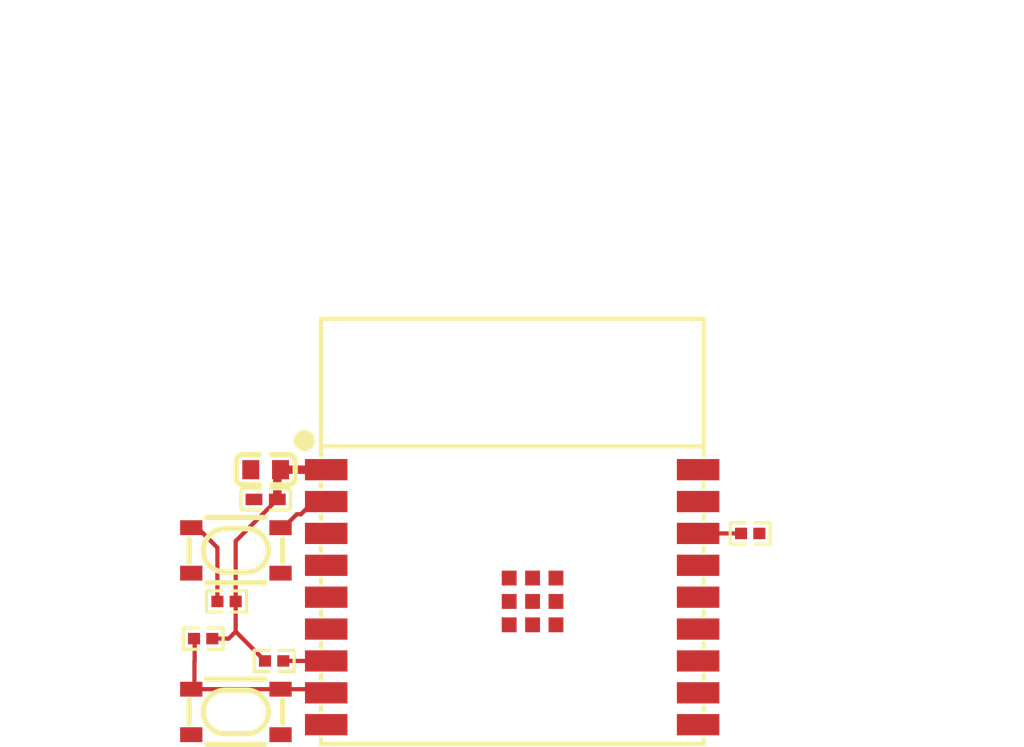
<source format=kicad_pcb>
(kicad_pcb (version 20241229) (generator "pcbnew") (generator_version "9.0")
  (layers (0 "F.Cu" signal) (2 "B.Cu" signal) (13 "F.Paste" user) (15 "B.Paste" user) (5 "F.SilkS" user "F.Silkscreen") (7 "B.SilkS" user "B.Silkscreen") (1 "F.Mask" user) (3 "B.Mask" user) (25 "Edge.Cuts" user))
  (net 0 "")
  (net 1 "VCC")
  (net 2 "data_1")
  (net 3 "data_0")
  (net 4 "SCK")
  (net 5 "USB_D_N")
  (net 6 "data_3")
  (net 7 "SCL")
  (net 8 "SCLK")
  (net 9 "RX")
  (net 10 "USB_D_P")
  (net 11 "SD")
  (net 12 "data_2")
  (net 13 "MISO")
  (net 14 "WS")
  (net 15 "TX")
  (net 16 "N_TRST")
  (net 17 "output")
  (net 18 "GND")
  (footprint "Espressif_Systems_ESP32_C3_WROOM_02_H4:WIFIM-SMD_18P-L20.0-W18.0-P1.50" (layer "F.Cu") (at -0.96 -0.2 0)
    (property "Reference" "U1" (hide yes))
    (property "Value" "" (hide yes))
    (fp_line (start -9 -13.1) (end -9 -6.66) (stroke (width 0.2)) (layer "F.SilkS"))
    (fp_line (start -9 -7.1) (end 9.01 -7.1) (stroke (width 0.2)) (layer "F.SilkS"))
    (fp_line (start -9 -5.35) (end -9 -5.16) (stroke (width 0.2)) (layer "F.SilkS"))
    (fp_line (start -9 -3.85) (end -9 -3.66) (stroke (width 0.2)) (layer "F.SilkS"))
    (fp_line (start -9 -2.35) (end -9 -2.16) (stroke (width 0.2)) (layer "F.SilkS"))
    (fp_line (start -9 -0.85) (end -9 -0.66) (stroke (width 0.2)) (layer "F.SilkS"))
    (fp_line (start -9 0.65) (end -9 0.84) (stroke (width 0.2)) (layer "F.SilkS"))
    (fp_line (start -9 2.15) (end -9 2.34) (stroke (width 0.2)) (layer "F.SilkS"))
    (fp_line (start -9 3.65) (end -9 3.84) (stroke (width 0.2)) (layer "F.SilkS"))
    (fp_line (start -9 5.15) (end -9 5.34) (stroke (width 0.2)) (layer "F.SilkS"))
    (fp_line (start -9 6.65) (end -9 6.9) (stroke (width 0.2)) (layer "F.SilkS"))
    (fp_line (start -9 6.9) (end 9.01 6.9) (stroke (width 0.2)) (layer "F.SilkS"))
    (fp_line (start 9.01 -13.1) (end -9 -13.1) (stroke (width 0.2)) (layer "F.SilkS"))
    (fp_line (start 9.01 -6.66) (end 9.01 -13.1) (stroke (width 0.2)) (layer "F.SilkS"))
    (fp_line (start 9.01 -5.16) (end 9.01 -5.35) (stroke (width 0.2)) (layer "F.SilkS"))
    (fp_line (start 9.01 -3.66) (end 9.01 -3.85) (stroke (width 0.2)) (layer "F.SilkS"))
    (fp_line (start 9.01 -2.16) (end 9.01 -2.35) (stroke (width 0.2)) (layer "F.SilkS"))
    (fp_line (start 9.01 -0.66) (end 9.01 -0.85) (stroke (width 0.2)) (layer "F.SilkS"))
    (fp_line (start 9.01 0.84) (end 9.01 0.65) (stroke (width 0.2)) (layer "F.SilkS"))
    (fp_line (start 9.01 2.34) (end 9.01 2.15) (stroke (width 0.2)) (layer "F.SilkS"))
    (fp_line (start 9.01 3.84) (end 9.01 3.65) (stroke (width 0.2)) (layer "F.SilkS"))
    (fp_line (start 9.01 5.34) (end 9.01 5.15) (stroke (width 0.2)) (layer "F.SilkS"))
    (fp_line (start 9.01 6.9) (end 9.01 6.65) (stroke (width 0.2)) (layer "F.SilkS"))
    (fp_circle (center -9.78 -7.37) (end -9.53 -7.37) (stroke (width 0.5)) (fill no) (layer "F.SilkS"))
    (pad "1" smd rect (at -8.75 -6 0) (size 2 1) (layers "F.Cu" "F.Mask" "F.Paste") (net 1 "VCC"))
    (pad "2" smd rect (at -8.75 -4.5 0) (size 2 1) (layers "F.Cu" "F.Mask" "F.Paste") (net 16 "N_TRST"))
    (pad "3" smd rect (at -8.75 -3 0) (size 2 1) (layers "F.Cu" "F.Mask" "F.Paste") (net 6 "data_3"))
    (pad "4" smd rect (at -8.75 -1.5 0) (size 2 1) (layers "F.Cu" "F.Mask" "F.Paste") (net 12 "data_2"))
    (pad "5" smd rect (at -8.75 0 0) (size 2 1) (layers "F.Cu" "F.Mask" "F.Paste") (net 7 "SCL"))
    (pad "6" smd rect (at -8.75 1.5 0) (size 2 1) (layers "F.Cu" "F.Mask" "F.Paste") (net 3 "data_0"))
    (pad "7" smd rect (at -8.75 3 0) (size 2 1) (layers "F.Cu" "F.Mask" "F.Paste") (net 13 "MISO"))
    (pad "8" smd rect (at -8.75 4.5 0) (size 2 1) (layers "F.Cu" "F.Mask" "F.Paste") (net 17 "output"))
    (pad "9" smd rect (at -8.75 6 0) (size 2 1) (layers "F.Cu" "F.Mask" "F.Paste") (net 18 "GND"))
    (pad "10" smd rect (at 8.75 6 0) (size 2 1) (layers "F.Cu" "F.Mask" "F.Paste") (net 8 "SCLK"))
    (pad "11" smd rect (at 8.75 4.5 0) (size 2 1) (layers "F.Cu" "F.Mask" "F.Paste") (net 9 "RX"))
    (pad "12" smd rect (at 8.75 3 0) (size 2 1) (layers "F.Cu" "F.Mask" "F.Paste") (net 15 "TX"))
    (pad "13" smd rect (at 8.75 1.5 0) (size 2 1) (layers "F.Cu" "F.Mask" "F.Paste") (net 5 "USB_D_N"))
    (pad "14" smd rect (at 8.75 0 0) (size 2 1) (layers "F.Cu" "F.Mask" "F.Paste") (net 10 "USB_D_P"))
    (pad "15" smd rect (at 8.75 -1.5 0) (size 2 1) (layers "F.Cu" "F.Mask" "F.Paste") (net 14 "WS"))
    (pad "16" smd rect (at 8.75 -3 0) (size 2 1) (layers "F.Cu" "F.Mask" "F.Paste") (net 2 "data_1"))
    (pad "17" smd rect (at 8.75 -4.5 0) (size 2 1) (layers "F.Cu" "F.Mask" "F.Paste") (net 11 "SD"))
    (pad "18" smd rect (at 8.75 -6 0) (size 2 1) (layers "F.Cu" "F.Mask" "F.Paste") (net 4 "SCK"))
    (pad "19" smd rect (at -0.14 -0.9 0) (size 0.7 0.7) (layers "F.Cu" "F.Mask" "F.Paste") (net 18 "GND"))
    (pad "19" smd rect (at -0.14 0.2 0) (size 0.7 0.7) (layers "F.Cu" "F.Mask" "F.Paste") (net 18 "GND"))
    (pad "19" smd rect (at -0.14 1.3 0) (size 0.7 0.7) (layers "F.Cu" "F.Mask" "F.Paste") (net 18 "GND"))
    (pad "19" smd rect (at 0.96 -0.9 0) (size 0.7 0.7) (layers "F.Cu" "F.Mask" "F.Paste") (net 18 "GND"))
    (pad "19" smd rect (at 0.96 0.2 0) (size 0.7 0.7) (layers "F.Cu" "F.Mask" "F.Paste") (net 18 "GND"))
    (pad "19" smd rect (at 0.96 1.3 0) (size 0.7 0.7) (layers "F.Cu" "F.Mask" "F.Paste") (net 18 "GND"))
    (pad "19" smd rect (at 2.06 -0.9 0) (size 0.7 0.7) (layers "F.Cu" "F.Mask" "F.Paste") (net 18 "GND"))
    (pad "19" smd rect (at 2.06 0.2 0) (size 0.7 0.7) (layers "F.Cu" "F.Mask" "F.Paste") (net 18 "GND"))
    (pad "19" smd rect (at 2.06 1.3 0) (size 0.7 0.7) (layers "F.Cu" "F.Mask" "F.Paste") (net 18 "GND"))
  )
  (footprint "ALPSALPINE_SKRPACE010:KEY-SMD_4P-L4.2-W3.2-P2.20-LS4.6" (layer "F.Cu") (at -13.96 5.2 180)
    (property "Reference" "SW1" (hide yes))
    (property "Value" "" (hide yes))
    (fp_line (start 2.2 -0.54) (end 2.2 0.54) (stroke (width 0.25)) (layer "F.SilkS"))
    (fp_line (start 1.37 -1.52) (end -1.37 -1.52) (stroke (width 0.25)) (layer "F.SilkS"))
    (fp_line (start -0.51 1.02) (end 0.51 1.02) (stroke (width 0.25)) (layer "F.SilkS"))
    (fp_line (start -0.51 -1.02) (end 0.51 -1.02) (stroke (width 0.25)) (layer "F.SilkS"))
    (fp_line (start -1.38 1.55) (end 1.38 1.55) (stroke (width 0.25)) (layer "F.SilkS"))
    (fp_line (start -2.2 -0.54) (end -2.2 0.54) (stroke (width 0.25)) (layer "F.SilkS"))
    (fp_arc (start 0.51 -1.02) (mid 1.53 0) (end 0.51 1.02) (stroke (width 0.25)) (layer "F.SilkS"))
    (fp_arc (start -0.51 1.02) (mid -1.53 0) (end -0.51 -1.02) (stroke (width 0.25)) (layer "F.SilkS"))
    (pad "1" smd rect (at -2.1 -1.07 180) (size 1.05 0.7) (layers "F.Cu" "F.Mask" "F.Paste") (net 18 "GND"))
    (pad "2" smd rect (at 2.1 -1.07 180) (size 1.05 0.7) (layers "F.Cu" "F.Mask" "F.Paste") (net 18 "GND"))
    (pad "3" smd rect (at -2.1 1.07 180) (size 1.05 0.7) (layers "F.Cu" "F.Mask" "F.Paste") (net 17 "output"))
    (pad "4" smd rect (at 2.1 1.07 180) (size 1.05 0.7) (layers "F.Cu" "F.Mask" "F.Paste") (net 17 "output"))
  )
  (footprint "UNI_ROYAL_0402WGF5101TCE:R0402" (layer "F.Cu") (at -15.5 1.75 180)
    (property "Reference" "R4" (hide yes))
    (property "Value" "5.1kΩ ±1% 62.5mW" (hide yes))
    (fp_line (start 0.94 0.5) (end 0.94 -0.5) (stroke (width 0.15)) (layer "F.SilkS"))
    (fp_line (start 0.94 -0.5) (end 0.23 -0.5) (stroke (width 0.15)) (layer "F.SilkS"))
    (fp_line (start 0.23 0.5) (end 0.94 0.5) (stroke (width 0.15)) (layer "F.SilkS"))
    (fp_line (start -0.23 0.5) (end -0.94 0.5) (stroke (width 0.15)) (layer "F.SilkS"))
    (fp_line (start -0.94 0.5) (end -0.94 -0.5) (stroke (width 0.15)) (layer "F.SilkS"))
    (fp_line (start -0.94 -0.5) (end -0.23 -0.5) (stroke (width 0.15)) (layer "F.SilkS"))
    (pad "1" smd rect (at -0.43 0 180) (size 0.57 0.54) (layers "F.Cu" "F.Mask" "F.Paste") (net 1 "VCC"))
    (pad "2" smd rect (at 0.43 0 180) (size 0.57 0.54) (layers "F.Cu" "F.Mask" "F.Paste") (net 17 "output"))
  )
  (footprint "UNI_ROYAL_0402WGF1002TCE:R0402" (layer "F.Cu") (at 10.24 -3.2 0)
    (property "Reference" "R1" (hide yes))
    (property "Value" "10kΩ ±1% 62.5mW" (hide yes))
    (fp_line (start -0.94 -0.5) (end -0.23 -0.5) (stroke (width 0.15)) (layer "F.SilkS"))
    (fp_line (start -0.94 0.5) (end -0.94 -0.5) (stroke (width 0.15)) (layer "F.SilkS"))
    (fp_line (start -0.23 0.5) (end -0.94 0.5) (stroke (width 0.15)) (layer "F.SilkS"))
    (fp_line (start 0.23 0.5) (end 0.94 0.5) (stroke (width 0.15)) (layer "F.SilkS"))
    (fp_line (start 0.94 -0.5) (end 0.23 -0.5) (stroke (width 0.15)) (layer "F.SilkS"))
    (fp_line (start 0.94 0.5) (end 0.94 -0.5) (stroke (width 0.15)) (layer "F.SilkS"))
    (pad "1" smd rect (at -0.43 0 0) (size 0.57 0.54) (layers "F.Cu" "F.Mask" "F.Paste") (net 2 "data_1"))
    (pad "2" smd rect (at 0.43 0 0) (size 0.57 0.54) (layers "F.Cu" "F.Mask" "F.Paste") (net 1 "VCC"))
  )
  (footprint "ALPSALPINE_SKRPACE010:KEY-SMD_4P-L4.2-W3.2-P2.20-LS4.6" (layer "F.Cu") (at -13.96 -2.4 180)
    (property "Reference" "SW2" (hide yes))
    (property "Value" "" (hide yes))
    (fp_line (start 2.2 -0.54) (end 2.2 0.54) (stroke (width 0.25)) (layer "F.SilkS"))
    (fp_line (start 1.37 -1.52) (end -1.37 -1.52) (stroke (width 0.25)) (layer "F.SilkS"))
    (fp_line (start -0.51 1.02) (end 0.51 1.02) (stroke (width 0.25)) (layer "F.SilkS"))
    (fp_line (start -0.51 -1.02) (end 0.51 -1.02) (stroke (width 0.25)) (layer "F.SilkS"))
    (fp_line (start -1.38 1.55) (end 1.38 1.55) (stroke (width 0.25)) (layer "F.SilkS"))
    (fp_line (start -2.2 -0.54) (end -2.2 0.54) (stroke (width 0.25)) (layer "F.SilkS"))
    (fp_arc (start 0.51 -1.02) (mid 1.53 0) (end 0.51 1.02) (stroke (width 0.25)) (layer "F.SilkS"))
    (fp_arc (start -0.51 1.02) (mid -1.53 0) (end -0.51 -1.02) (stroke (width 0.25)) (layer "F.SilkS"))
    (pad "1" smd rect (at -2.1 -1.07 180) (size 1.05 0.7) (layers "F.Cu" "F.Mask" "F.Paste") (net 18 "GND"))
    (pad "2" smd rect (at 2.1 -1.07 180) (size 1.05 0.7) (layers "F.Cu" "F.Mask" "F.Paste") (net 18 "GND"))
    (pad "3" smd rect (at -2.1 1.07 180) (size 1.05 0.7) (layers "F.Cu" "F.Mask" "F.Paste") (net 16 "N_TRST"))
    (pad "4" smd rect (at 2.1 1.07 180) (size 1.05 0.7) (layers "F.Cu" "F.Mask" "F.Paste") (net 16 "N_TRST"))
  )
  (footprint "Samsung_Electro_Mechanics_CL10A226MQ8NRNC:C0603" (layer "F.Cu") (at -12.56 -6.2 180)
    (property "Reference" "C3" (hide yes))
    (property "Value" "22µF ±20% 6.3V X5R" (hide yes))
    (fp_line (start 1.39 -0.4) (end 1.39 0.4) (stroke (width 0.25)) (layer "F.SilkS"))
    (fp_line (start 0.28 0.71) (end 1.08 0.71) (stroke (width 0.25)) (layer "F.SilkS"))
    (fp_line (start 0.28 -0.71) (end 1.08 -0.71) (stroke (width 0.25)) (layer "F.SilkS"))
    (fp_line (start -0.28 0.71) (end -1.08 0.71) (stroke (width 0.25)) (layer "F.SilkS"))
    (fp_line (start -0.28 -0.71) (end -1.08 -0.71) (stroke (width 0.25)) (layer "F.SilkS"))
    (fp_line (start -1.39 0.4) (end -1.39 -0.4) (stroke (width 0.25)) (layer "F.SilkS"))
    (fp_arc (start 1.39 0.4) (mid 1.299203 0.619203) (end 1.08 0.71) (stroke (width 0.25)) (layer "F.SilkS"))
    (fp_arc (start 1.08 -0.71) (mid 1.299203 -0.619203) (end 1.39 -0.4) (stroke (width 0.25)) (layer "F.SilkS"))
    (fp_arc (start -1.08 0.71) (mid -1.299203 0.619203) (end -1.39 0.4) (stroke (width 0.25)) (layer "F.SilkS"))
    (fp_arc (start -1.39 -0.4) (mid -1.299203 -0.619203) (end -1.08 -0.71) (stroke (width 0.25)) (layer "F.SilkS"))
    (pad "1" smd rect (at -0.7 0 180) (size 0.8 0.9) (layers "F.Cu" "F.Mask" "F.Paste") (net 1 "VCC"))
    (pad "2" smd rect (at 0.7 0 180) (size 0.8 0.9) (layers "F.Cu" "F.Mask" "F.Paste") (net 18 "GND"))
  )
  (footprint "Samsung_Electro_Mechanics_CL05B104KO5NNNC:C0402" (layer "F.Cu") (at -12.56 -4.8 180)
    (property "Reference" "C4" (hide yes))
    (property "Value" "100nF ±10% 16V X7R" (hide yes))
    (fp_line (start 1.17 0.35) (end 1.17 -0.35) (stroke (width 0.15)) (layer "F.SilkS"))
    (fp_line (start 1.02 -0.5) (end 0.23 -0.5) (stroke (width 0.15)) (layer "F.SilkS"))
    (fp_line (start 0.23 0.5) (end 1.02 0.5) (stroke (width 0.15)) (layer "F.SilkS"))
    (fp_line (start -0.23 0.5) (end -1.02 0.5) (stroke (width 0.15)) (layer "F.SilkS"))
    (fp_line (start -1.02 -0.5) (end -0.23 -0.5) (stroke (width 0.15)) (layer "F.SilkS"))
    (fp_line (start -1.17 0.35) (end -1.17 -0.35) (stroke (width 0.15)) (layer "F.SilkS"))
    (fp_arc (start 1.17 0.35) (mid 1.126066 0.456066) (end 1.02 0.5) (stroke (width 0.15)) (layer "F.SilkS"))
    (fp_arc (start 1.02 -0.5) (mid 1.126066 -0.456066) (end 1.17 -0.35) (stroke (width 0.15)) (layer "F.SilkS"))
    (fp_arc (start -1.02 0.5) (mid -1.126066 0.456066) (end -1.17 0.35) (stroke (width 0.15)) (layer "F.SilkS"))
    (fp_arc (start -1.17 -0.35) (mid -1.126066 -0.456066) (end -1.02 -0.5) (stroke (width 0.15)) (layer "F.SilkS"))
    (pad "1" smd rect (at -0.55 0 180) (size 0.79 0.54) (layers "F.Cu" "F.Mask" "F.Paste") (net 1 "VCC"))
    (pad "2" smd rect (at 0.55 0 180) (size 0.79 0.54) (layers "F.Cu" "F.Mask" "F.Paste") (net 18 "GND"))
  )
  (footprint "UNI_ROYAL_0402WGF1002TCE:R0402" (layer "F.Cu") (at -14.4 0 180)
    (property "Reference" "R3" (hide yes))
    (property "Value" "10kΩ ±1% 62.5mW" (hide yes))
    (fp_line (start 0.94 0.5) (end 0.94 -0.5) (stroke (width 0.15)) (layer "F.SilkS"))
    (fp_line (start 0.94 -0.5) (end 0.23 -0.5) (stroke (width 0.15)) (layer "F.SilkS"))
    (fp_line (start 0.23 0.5) (end 0.94 0.5) (stroke (width 0.15)) (layer "F.SilkS"))
    (fp_line (start -0.23 0.5) (end -0.94 0.5) (stroke (width 0.15)) (layer "F.SilkS"))
    (fp_line (start -0.94 0.5) (end -0.94 -0.5) (stroke (width 0.15)) (layer "F.SilkS"))
    (fp_line (start -0.94 -0.5) (end -0.23 -0.5) (stroke (width 0.15)) (layer "F.SilkS"))
    (pad "1" smd rect (at -0.43 0 180) (size 0.57 0.54) (layers "F.Cu" "F.Mask" "F.Paste") (net 1 "VCC"))
    (pad "2" smd rect (at 0.43 0 180) (size 0.57 0.54) (layers "F.Cu" "F.Mask" "F.Paste") (net 16 "N_TRST"))
  )
  (footprint "UNI_ROYAL_0402WGF1002TCE:R0402" (layer "F.Cu") (at -12.16 2.8 180)
    (property "Reference" "R2" (hide yes))
    (property "Value" "10kΩ ±1% 62.5mW" (hide yes))
    (fp_line (start 0.94 0.5) (end 0.94 -0.5) (stroke (width 0.15)) (layer "F.SilkS"))
    (fp_line (start 0.94 -0.5) (end 0.23 -0.5) (stroke (width 0.15)) (layer "F.SilkS"))
    (fp_line (start 0.23 0.5) (end 0.94 0.5) (stroke (width 0.15)) (layer "F.SilkS"))
    (fp_line (start -0.23 0.5) (end -0.94 0.5) (stroke (width 0.15)) (layer "F.SilkS"))
    (fp_line (start -0.94 0.5) (end -0.94 -0.5) (stroke (width 0.15)) (layer "F.SilkS"))
    (fp_line (start -0.94 -0.5) (end -0.23 -0.5) (stroke (width 0.15)) (layer "F.SilkS"))
    (pad "1" smd rect (at -0.43 0 180) (size 0.57 0.54) (layers "F.Cu" "F.Mask" "F.Paste") (net 13 "MISO"))
    (pad "2" smd rect (at 0.43 0 180) (size 0.57 0.54) (layers "F.Cu" "F.Mask" "F.Paste") (net 1 "VCC"))
  )
  (segment (start -9.71 -6.2) (end -11.86 -6.2) (width 0.4) (net 1) (layer "F.Cu"))
  (segment (start -13.97 -2.84) (end -12.01 -4.8) (width 0.2) (net 1) (layer "F.Cu"))
  (segment (start -13.97 1.42) (end -12.59 2.8) (width 0.2) (net 1) (layer "F.Cu"))
  (segment (start -13.97 0) (end -13.97 1.42) (width 0.2) (net 1) (layer "F.Cu"))
  (segment (start -14.3 1.75) (end -13.97 1.42) (width 0.2) (net 1) (layer "F.Cu"))
  (segment (start -15.07 1.75) (end -14.3 1.75) (width 0.2) (net 1) (layer "F.Cu"))
  (segment (start -12.01 -6.05) (end -11.86 -6.2) (width 0.4) (net 1) (layer "F.Cu"))
  (segment (start -13.97 0) (end -13.97 -2.84) (width 0.2) (net 1) (layer "F.Cu"))
  (segment (start -12.01 -4.8) (end -12.01 -6.05) (width 0.4) (net 1) (layer "F.Cu"))
  (segment (start 9.81 -3.2) (end 7.79 -3.2) (width 0.2) (net 2) (layer "F.Cu"))
  (segment (start -11.73 2.8) (end -9.71 2.8) (width 0.2) (net 13) (layer "F.Cu"))
  (segment (start -9.71 -4.7) (end -10.3 -4.7) (width 0.2) (net 16) (layer "F.Cu"))
  (segment (start -14.83 0) (end -14.83 -2.53) (width 0.2) (net 16) (layer "F.Cu"))
  (segment (start -14.83 -2.53) (end -15.77 -3.47) (width 0.2) (net 16) (layer "F.Cu"))
  (segment (start -10.9 -4.1) (end -11.1 -4.1) (width 0.2) (net 16) (layer "F.Cu"))
  (segment (start -11.73 -3.47) (end -11.86 -3.47) (width 0.2) (net 16) (layer "F.Cu"))
  (segment (start -11.1 -4.1) (end -11.73 -3.47) (width 0.2) (net 16) (layer "F.Cu"))
  (segment (start -10.3 -4.7) (end -10.9 -4.1) (width 0.2) (net 16) (layer "F.Cu"))
  (segment (start -15.91 3.98) (end -16.06 4.13) (width 0.2) (net 17) (layer "F.Cu"))
  (segment (start -11.86 4.13) (end -9.88 4.13) (width 0.2) (net 17) (layer "F.Cu"))
  (segment (start -15.9 2.8) (end -15.9 1.78) (width 0.2) (net 17) (layer "F.Cu"))
  (segment (start -15.91 2.8) (end -15.91 3.98) (width 0.2) (net 17) (layer "F.Cu"))
  (segment (start -16.06 4.13) (end -11.86 4.13) (width 0.2) (net 17) (layer "F.Cu"))
  (segment (start -9.88 4.13) (end -9.71 4.3) (width 0.2) (net 17) (layer "F.Cu"))
  (segment (start -15.9 1.78) (end -15.93 1.75) (width 0.2) (net 17) (layer "F.Cu"))
)
</source>
